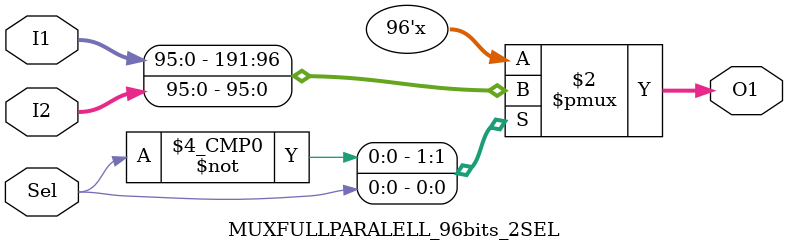
<source format=v>
module MUXFULLPARALELL_96bits_2SEL
 (
 input wire Sel,
 input wire [95:0]I1, I2,
 output reg [95:0] O1
 );
always @( * )
  begin
    case (Sel)
      1'b0: O1 = I1;
      1'b1: O1 = I2;
    endcase
  end
endmodule
</source>
